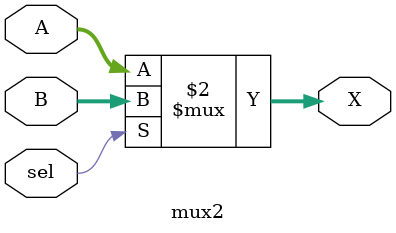
<source format=v>
module mux2 (A, B, sel, X);
	input wire [31:0] A, B;
	input wire sel;
	output reg [31:0] X;

always @(*) begin
	X = sel? B : A;	
end
endmodule
</source>
